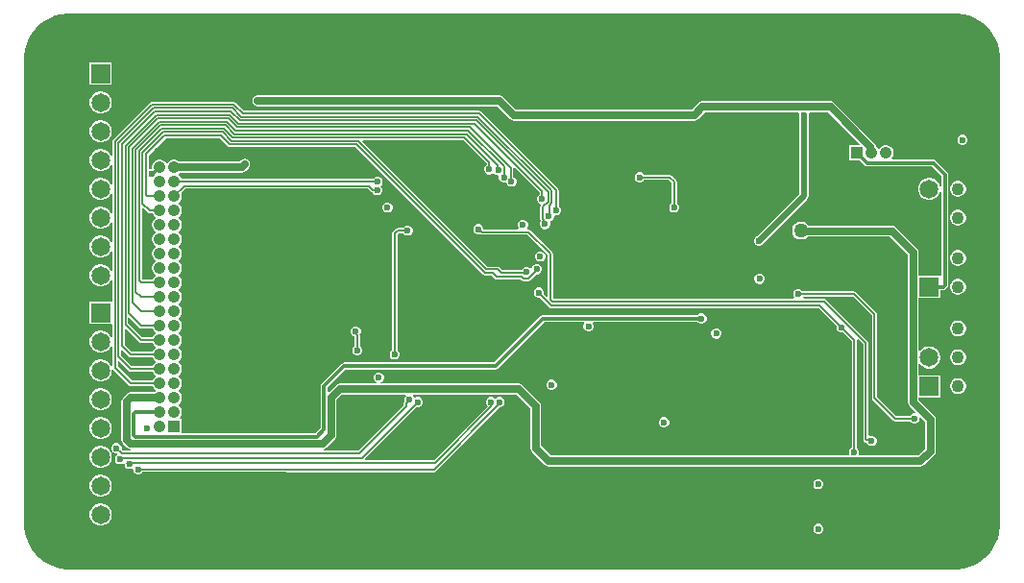
<source format=gbl>
G04*
G04 #@! TF.GenerationSoftware,Altium Limited,Altium Designer,23.3.1 (30)*
G04*
G04 Layer_Physical_Order=4*
G04 Layer_Color=16711680*
%FSLAX24Y24*%
%MOIN*%
G70*
G04*
G04 #@! TF.SameCoordinates,0EE62ADF-7674-4DCD-90CA-8C9100EC0EC2*
G04*
G04*
G04 #@! TF.FilePolarity,Positive*
G04*
G01*
G75*
%ADD18C,0.0200*%
%ADD19C,0.0060*%
%ADD62C,0.0250*%
%ADD63C,0.0120*%
%ADD64C,0.0650*%
%ADD65R,0.0650X0.0650*%
%ADD66C,0.0413*%
%ADD67R,0.0413X0.0413*%
%ADD68R,0.0413X0.0413*%
%ADD69C,0.0433*%
%ADD70C,0.0236*%
%ADD71C,0.0500*%
G36*
X32594Y19267D02*
X32793Y19213D01*
X32984Y19134D01*
X33163Y19031D01*
X33327Y18906D01*
X33473Y18760D01*
X33598Y18596D01*
X33701Y18417D01*
X33780Y18226D01*
X33834Y18027D01*
X33861Y17822D01*
Y17719D01*
Y1577D01*
Y1474D01*
X33834Y1269D01*
X33780Y1070D01*
X33701Y879D01*
X33598Y701D01*
X33473Y537D01*
X33327Y391D01*
X33163Y265D01*
X32984Y162D01*
X32793Y83D01*
X32594Y29D01*
X32389Y3D01*
X1474D01*
X1269Y29D01*
X1070Y83D01*
X879Y162D01*
X701Y265D01*
X537Y391D01*
X391Y537D01*
X265Y701D01*
X162Y879D01*
X83Y1070D01*
X29Y1269D01*
X3Y1474D01*
Y1577D01*
Y17719D01*
Y17822D01*
X29Y18027D01*
X83Y18226D01*
X162Y18417D01*
X265Y18596D01*
X391Y18760D01*
X537Y18906D01*
X701Y19031D01*
X879Y19134D01*
X1070Y19213D01*
X1269Y19267D01*
X1474Y19294D01*
X32389D01*
X32594Y19267D01*
D02*
G37*
%LPC*%
G36*
X3034Y17584D02*
X2266D01*
Y16816D01*
X3034D01*
Y17584D01*
D02*
G37*
G36*
X2701Y16584D02*
X2599D01*
X2502Y16558D01*
X2414Y16507D01*
X2343Y16436D01*
X2292Y16348D01*
X2266Y16251D01*
Y16149D01*
X2292Y16052D01*
X2343Y15964D01*
X2414Y15893D01*
X2502Y15842D01*
X2599Y15816D01*
X2701D01*
X2798Y15842D01*
X2886Y15893D01*
X2957Y15964D01*
X3008Y16052D01*
X3034Y16149D01*
Y16251D01*
X3008Y16348D01*
X2957Y16436D01*
X2886Y16507D01*
X2798Y16558D01*
X2701Y16584D01*
D02*
G37*
G36*
Y15584D02*
X2599D01*
X2502Y15558D01*
X2414Y15507D01*
X2343Y15436D01*
X2292Y15348D01*
X2266Y15251D01*
Y15149D01*
X2292Y15052D01*
X2343Y14964D01*
X2414Y14893D01*
X2502Y14842D01*
X2599Y14816D01*
X2701D01*
X2798Y14842D01*
X2886Y14893D01*
X2957Y14964D01*
X3008Y15052D01*
X3034Y15149D01*
Y15251D01*
X3008Y15348D01*
X2957Y15436D01*
X2886Y15507D01*
X2798Y15558D01*
X2701Y15584D01*
D02*
G37*
G36*
X32585Y15077D02*
X32515D01*
X32450Y15050D01*
X32400Y15000D01*
X32373Y14935D01*
Y14865D01*
X32400Y14800D01*
X32450Y14750D01*
X32515Y14723D01*
X32585D01*
X32650Y14750D01*
X32700Y14800D01*
X32727Y14865D01*
Y14935D01*
X32700Y15000D01*
X32650Y15050D01*
X32585Y15077D01*
D02*
G37*
G36*
X32436Y13476D02*
X32364D01*
X32294Y13457D01*
X32231Y13421D01*
X32179Y13369D01*
X32143Y13306D01*
X32124Y13236D01*
Y13164D01*
X32143Y13094D01*
X32179Y13031D01*
X32231Y12979D01*
X32294Y12943D01*
X32364Y12924D01*
X32436D01*
X32506Y12943D01*
X32569Y12979D01*
X32621Y13031D01*
X32657Y13094D01*
X32676Y13164D01*
Y13236D01*
X32657Y13306D01*
X32621Y13369D01*
X32569Y13421D01*
X32506Y13457D01*
X32436Y13476D01*
D02*
G37*
G36*
X21385Y13777D02*
X21315D01*
X21250Y13750D01*
X21200Y13700D01*
X21173Y13635D01*
Y13565D01*
X21200Y13500D01*
X21250Y13450D01*
X21315Y13423D01*
X21385D01*
X21450Y13450D01*
X21500Y13500D01*
X21504Y13509D01*
X22362D01*
X22459Y13412D01*
Y12704D01*
X22450Y12700D01*
X22400Y12650D01*
X22373Y12585D01*
Y12515D01*
X22400Y12450D01*
X22450Y12400D01*
X22515Y12373D01*
X22585D01*
X22650Y12400D01*
X22700Y12450D01*
X22727Y12515D01*
Y12585D01*
X22700Y12650D01*
X22650Y12700D01*
X22641Y12704D01*
Y13450D01*
X22634Y13485D01*
X22614Y13514D01*
X22464Y13664D01*
X22435Y13684D01*
X22400Y13691D01*
X21504D01*
X21500Y13700D01*
X21450Y13750D01*
X21385Y13777D01*
D02*
G37*
G36*
X12635Y12727D02*
X12565D01*
X12500Y12700D01*
X12450Y12650D01*
X12423Y12585D01*
Y12515D01*
X12450Y12450D01*
X12500Y12400D01*
X12565Y12373D01*
X12635D01*
X12700Y12400D01*
X12750Y12450D01*
X12777Y12515D01*
Y12585D01*
X12750Y12650D01*
X12700Y12700D01*
X12635Y12727D01*
D02*
G37*
G36*
X32436Y12476D02*
X32364D01*
X32294Y12457D01*
X32231Y12421D01*
X32179Y12369D01*
X32143Y12306D01*
X32124Y12236D01*
Y12164D01*
X32143Y12094D01*
X32179Y12031D01*
X32231Y11979D01*
X32294Y11943D01*
X32364Y11924D01*
X32436D01*
X32506Y11943D01*
X32569Y11979D01*
X32621Y12031D01*
X32657Y12094D01*
X32676Y12164D01*
Y12236D01*
X32657Y12306D01*
X32621Y12369D01*
X32569Y12421D01*
X32506Y12457D01*
X32436Y12476D01*
D02*
G37*
G36*
X16500Y16438D02*
X8100Y16438D01*
X8028Y16423D01*
X7967Y16383D01*
X7927Y16322D01*
X7912Y16250D01*
X7927Y16178D01*
X7967Y16117D01*
X8028Y16077D01*
X8100Y16062D01*
X16422Y16062D01*
X16861Y15624D01*
X16922Y15583D01*
X16994Y15569D01*
X23242D01*
X23314Y15583D01*
X23375Y15624D01*
X23614Y15862D01*
X26852D01*
X26885Y15812D01*
X26873Y15783D01*
Y15713D01*
X26888Y15676D01*
Y13017D01*
X25436Y11565D01*
X25400Y11550D01*
X25350Y11500D01*
X25323Y11435D01*
Y11365D01*
X25350Y11300D01*
X25400Y11250D01*
X25465Y11223D01*
X25535D01*
X25600Y11250D01*
X25650Y11300D01*
X25665Y11336D01*
X27165Y12835D01*
X27200Y12888D01*
X27212Y12950D01*
Y15676D01*
X27227Y15713D01*
Y15783D01*
X27215Y15812D01*
X27248Y15862D01*
X27896D01*
X28996Y14762D01*
X28977Y14716D01*
X28634D01*
Y14184D01*
X28994D01*
X29164Y14014D01*
X29164Y14014D01*
X29204Y13988D01*
X29250Y13979D01*
X29250Y13979D01*
X31500D01*
X31829Y13650D01*
Y13277D01*
X31779Y13270D01*
X31758Y13348D01*
X31707Y13436D01*
X31636Y13507D01*
X31548Y13558D01*
X31451Y13584D01*
X31349D01*
X31252Y13558D01*
X31164Y13507D01*
X31093Y13436D01*
X31042Y13348D01*
X31016Y13251D01*
Y13149D01*
X31042Y13052D01*
X31093Y12964D01*
X31164Y12893D01*
X31252Y12842D01*
X31349Y12816D01*
X31451D01*
X31548Y12842D01*
X31636Y12893D01*
X31707Y12964D01*
X31758Y13052D01*
X31779Y13130D01*
X31829Y13123D01*
Y10197D01*
X31784Y10184D01*
Y10184D01*
X31038D01*
Y11000D01*
X31023Y11072D01*
X30983Y11133D01*
X30250Y11866D01*
X30189Y11906D01*
X30117Y11921D01*
X27208D01*
X27197Y11940D01*
X27140Y11997D01*
X27069Y12038D01*
X26991Y12059D01*
X26909D01*
X26831Y12038D01*
X26760Y11997D01*
X26703Y11940D01*
X26662Y11869D01*
X26641Y11791D01*
Y11709D01*
X26662Y11631D01*
X26703Y11560D01*
X26760Y11503D01*
X26831Y11462D01*
X26909Y11441D01*
X26991D01*
X27069Y11462D01*
X27140Y11503D01*
X27182Y11545D01*
X30039D01*
X30662Y10922D01*
Y5800D01*
X30677Y5728D01*
X30717Y5667D01*
X30933Y5452D01*
X30910Y5404D01*
X30858D01*
X30793Y5377D01*
X30743Y5327D01*
X30740Y5317D01*
X30261D01*
X29591Y5988D01*
Y8850D01*
X29584Y8885D01*
X29564Y8914D01*
X28864Y9614D01*
X28835Y9634D01*
X28800Y9641D01*
X27004D01*
X27000Y9650D01*
X26950Y9700D01*
X26885Y9727D01*
X26815D01*
X26750Y9700D01*
X26700Y9650D01*
X26673Y9585D01*
Y9515D01*
X26700Y9450D01*
X26709Y9441D01*
X26688Y9391D01*
X18356D01*
X18341Y9406D01*
Y10950D01*
X18334Y10985D01*
X18314Y11014D01*
X17564Y11764D01*
X17535Y11784D01*
X17500Y11791D01*
X17462D01*
X17441Y11841D01*
X17450Y11850D01*
X17477Y11915D01*
Y11985D01*
X17450Y12050D01*
X17400Y12100D01*
X17335Y12127D01*
X17265D01*
X17200Y12100D01*
X17150Y12050D01*
X17123Y11985D01*
Y11915D01*
X17150Y11850D01*
X17159Y11841D01*
X17138Y11791D01*
X15927D01*
Y11835D01*
X15900Y11900D01*
X15850Y11950D01*
X15785Y11977D01*
X15715D01*
X15650Y11950D01*
X15600Y11900D01*
X15573Y11835D01*
Y11765D01*
X15600Y11700D01*
X15650Y11650D01*
X15715Y11623D01*
X15785D01*
X15812Y11634D01*
X15839Y11616D01*
X15873Y11609D01*
X17462D01*
X18159Y10912D01*
Y9485D01*
X18113Y9465D01*
X18023Y9555D01*
X18027Y9565D01*
Y9635D01*
X18000Y9700D01*
X17950Y9750D01*
X17885Y9777D01*
X17815D01*
X17750Y9750D01*
X17700Y9700D01*
X17673Y9635D01*
Y9565D01*
X17700Y9500D01*
X17750Y9450D01*
X17815Y9423D01*
X17885D01*
X17895Y9427D01*
X18236Y9086D01*
X18265Y9066D01*
X18300Y9059D01*
X27562D01*
X28177Y8445D01*
X28173Y8435D01*
Y8365D01*
X28200Y8300D01*
X28250Y8250D01*
X28315Y8223D01*
X28385D01*
X28395Y8227D01*
X28709Y7912D01*
Y4223D01*
X28686Y4214D01*
X28636Y4164D01*
X28609Y4099D01*
Y4028D01*
X28626Y3988D01*
X28596Y3938D01*
X18278D01*
X17938Y4278D01*
Y5650D01*
X17923Y5722D01*
X17883Y5783D01*
X17283Y6383D01*
X17222Y6423D01*
X17150Y6438D01*
X12381D01*
X12371Y6488D01*
X12400Y6500D01*
X12450Y6550D01*
X12477Y6615D01*
Y6685D01*
X12450Y6750D01*
X12400Y6800D01*
X12335Y6827D01*
X12265D01*
X12200Y6800D01*
X12150Y6750D01*
X12123Y6685D01*
Y6615D01*
X12150Y6550D01*
X12200Y6500D01*
X12229Y6488D01*
X12219Y6438D01*
X10950D01*
X10878Y6423D01*
X10817Y6383D01*
X10574Y6139D01*
X10527Y6158D01*
Y6306D01*
X11150Y6929D01*
X16350D01*
X16350Y6929D01*
X16396Y6938D01*
X16436Y6964D01*
X18050Y8579D01*
X19415D01*
X19436Y8529D01*
X19431Y8523D01*
X19404Y8458D01*
Y8388D01*
X19431Y8323D01*
X19480Y8273D01*
X19546Y8246D01*
X19616D01*
X19681Y8273D01*
X19731Y8323D01*
X19758Y8388D01*
Y8458D01*
X19731Y8523D01*
X19726Y8529D01*
X19747Y8579D01*
X23371D01*
X23400Y8550D01*
X23465Y8523D01*
X23535D01*
X23600Y8550D01*
X23650Y8600D01*
X23677Y8665D01*
Y8735D01*
X23650Y8800D01*
X23600Y8850D01*
X23535Y8877D01*
X23465D01*
X23400Y8850D01*
X23371Y8821D01*
X18000D01*
X17954Y8812D01*
X17914Y8786D01*
X17914Y8786D01*
X16300Y7171D01*
X11100D01*
X11100Y7171D01*
X11054Y7162D01*
X11014Y7136D01*
X10320Y6442D01*
X10294Y6402D01*
X10285Y6356D01*
X10285Y6356D01*
Y4900D01*
X10106Y4721D01*
X5466D01*
Y5216D01*
X5412D01*
X5392Y5266D01*
X5413Y5287D01*
X5448Y5347D01*
X5466Y5415D01*
Y5485D01*
X5448Y5553D01*
X5413Y5613D01*
X5363Y5663D01*
X5348Y5671D01*
Y5729D01*
X5363Y5737D01*
X5413Y5787D01*
X5448Y5847D01*
X5466Y5915D01*
Y5985D01*
X5448Y6053D01*
X5413Y6113D01*
X5363Y6163D01*
X5348Y6171D01*
Y6229D01*
X5363Y6237D01*
X5413Y6287D01*
X5448Y6347D01*
X5466Y6415D01*
Y6485D01*
X5448Y6553D01*
X5413Y6613D01*
X5363Y6663D01*
X5348Y6671D01*
Y6729D01*
X5363Y6737D01*
X5413Y6787D01*
X5448Y6847D01*
X5466Y6915D01*
Y6985D01*
X5448Y7053D01*
X5413Y7113D01*
X5363Y7163D01*
X5348Y7171D01*
Y7229D01*
X5363Y7237D01*
X5413Y7287D01*
X5448Y7347D01*
X5466Y7415D01*
Y7485D01*
X5448Y7553D01*
X5413Y7613D01*
X5363Y7663D01*
X5348Y7671D01*
Y7729D01*
X5363Y7737D01*
X5413Y7787D01*
X5448Y7847D01*
X5466Y7915D01*
Y7985D01*
X5448Y8053D01*
X5413Y8113D01*
X5363Y8163D01*
X5348Y8171D01*
Y8229D01*
X5363Y8237D01*
X5413Y8287D01*
X5448Y8347D01*
X5466Y8415D01*
Y8485D01*
X5448Y8553D01*
X5413Y8613D01*
X5363Y8663D01*
X5348Y8671D01*
Y8729D01*
X5363Y8737D01*
X5413Y8787D01*
X5448Y8847D01*
X5466Y8915D01*
Y8985D01*
X5448Y9053D01*
X5413Y9113D01*
X5363Y9163D01*
X5348Y9171D01*
Y9229D01*
X5363Y9237D01*
X5413Y9287D01*
X5448Y9347D01*
X5466Y9415D01*
Y9485D01*
X5448Y9553D01*
X5413Y9613D01*
X5363Y9663D01*
X5348Y9671D01*
Y9729D01*
X5363Y9737D01*
X5413Y9787D01*
X5448Y9847D01*
X5466Y9915D01*
Y9985D01*
X5448Y10053D01*
X5413Y10113D01*
X5363Y10163D01*
X5348Y10171D01*
Y10229D01*
X5363Y10237D01*
X5413Y10287D01*
X5448Y10347D01*
X5466Y10415D01*
Y10485D01*
X5448Y10553D01*
X5413Y10613D01*
X5363Y10663D01*
X5348Y10671D01*
Y10729D01*
X5363Y10737D01*
X5413Y10787D01*
X5448Y10847D01*
X5466Y10915D01*
Y10985D01*
X5448Y11053D01*
X5413Y11113D01*
X5363Y11163D01*
X5348Y11171D01*
Y11229D01*
X5363Y11237D01*
X5413Y11287D01*
X5448Y11347D01*
X5466Y11415D01*
Y11485D01*
X5448Y11553D01*
X5413Y11613D01*
X5363Y11663D01*
X5348Y11671D01*
Y11729D01*
X5363Y11737D01*
X5413Y11787D01*
X5448Y11847D01*
X5466Y11915D01*
Y11985D01*
X5448Y12053D01*
X5413Y12113D01*
X5363Y12163D01*
X5348Y12171D01*
Y12229D01*
X5363Y12237D01*
X5413Y12287D01*
X5448Y12347D01*
X5466Y12415D01*
Y12485D01*
X5448Y12553D01*
X5413Y12613D01*
X5363Y12663D01*
X5348Y12671D01*
Y12729D01*
X5363Y12737D01*
X5413Y12787D01*
X5448Y12847D01*
X5466Y12915D01*
Y12985D01*
X5448Y13053D01*
X5442Y13063D01*
X5588Y13209D01*
X11912D01*
X12024Y13098D01*
X12053Y13078D01*
X12088Y13071D01*
X12091D01*
X12100Y13050D01*
X12150Y13000D01*
X12215Y12973D01*
X12285D01*
X12350Y13000D01*
X12400Y13050D01*
X12427Y13115D01*
Y13185D01*
X12400Y13250D01*
X12356Y13294D01*
X12358Y13300D01*
X12407Y13350D01*
X12434Y13415D01*
Y13485D01*
X12407Y13550D01*
X12358Y13600D01*
X12292Y13627D01*
X12222D01*
X12157Y13600D01*
X12107Y13550D01*
X12103Y13541D01*
X5451D01*
X5448Y13553D01*
X5413Y13613D01*
X5363Y13663D01*
X5348Y13671D01*
Y13729D01*
X5363Y13737D01*
X5388Y13762D01*
X7550D01*
X7622Y13777D01*
X7683Y13817D01*
X7783Y13917D01*
X7823Y13978D01*
X7838Y14050D01*
X7823Y14122D01*
X7783Y14183D01*
X7722Y14223D01*
X7650Y14238D01*
X7578Y14223D01*
X7517Y14183D01*
X7472Y14138D01*
X5388D01*
X5363Y14163D01*
X5303Y14198D01*
X5235Y14216D01*
X5165D01*
X5097Y14198D01*
X5037Y14163D01*
X4987Y14113D01*
X4979Y14098D01*
X4921D01*
X4913Y14113D01*
X4863Y14163D01*
X4803Y14198D01*
X4735Y14216D01*
X4665D01*
X4597Y14198D01*
X4537Y14163D01*
X4487Y14113D01*
X4452Y14053D01*
X4434Y13985D01*
Y13915D01*
X4422Y13899D01*
X4393D01*
X4362Y13886D01*
X4312Y13919D01*
Y14369D01*
X4908Y14964D01*
X6790D01*
X7072Y14682D01*
X7101Y14662D01*
X7136Y14655D01*
X11498D01*
X15926Y10228D01*
X15955Y10208D01*
X15990Y10201D01*
X16221D01*
X16336Y10086D01*
X16365Y10066D01*
X16400Y10059D01*
X17219D01*
X17250Y10029D01*
X17279Y10009D01*
X17314Y10002D01*
X17504D01*
X17539Y10009D01*
X17568Y10029D01*
X17775Y10236D01*
X17820D01*
X17885Y10263D01*
X17935Y10312D01*
X17962Y10377D01*
Y10448D01*
X17935Y10513D01*
X17885Y10563D01*
X17820Y10590D01*
X17750D01*
X17684Y10563D01*
X17635Y10513D01*
X17612Y10459D01*
X17576Y10445D01*
X17558Y10443D01*
X17534Y10466D01*
X17469Y10493D01*
X17399D01*
X17334Y10466D01*
X17284Y10416D01*
X17273Y10391D01*
X16588D01*
X16503Y10475D01*
X16474Y10495D01*
X16439Y10502D01*
X16077D01*
X11732Y14847D01*
X11751Y14893D01*
X15229D01*
X16040Y14082D01*
Y14031D01*
X16030Y14027D01*
X15980Y13977D01*
X15953Y13912D01*
Y13841D01*
X15980Y13776D01*
X16030Y13727D01*
X16095Y13700D01*
X16166D01*
X16231Y13727D01*
X16260Y13756D01*
X16289Y13750D01*
X16339Y13700D01*
X16404Y13673D01*
X16430D01*
X16470Y13637D01*
Y13567D01*
X16497Y13502D01*
X16546Y13452D01*
X16612Y13425D01*
X16682D01*
X16698Y13431D01*
X16723Y13415D01*
X16750Y13350D01*
X16800Y13300D01*
X16865Y13273D01*
X16935D01*
X17000Y13300D01*
X17050Y13350D01*
X17077Y13415D01*
Y13485D01*
X17050Y13550D01*
X17000Y13600D01*
X16971Y13612D01*
Y13910D01*
X16968Y13928D01*
X17014Y13953D01*
X17876Y13091D01*
Y13004D01*
X17866Y13000D01*
X17816Y12950D01*
X17789Y12885D01*
Y12815D01*
X17816Y12750D01*
X17866Y12700D01*
X17897Y12687D01*
X17903Y12680D01*
X17915Y12627D01*
X17909Y12618D01*
X17902Y12583D01*
Y12164D01*
X17909Y12129D01*
X17929Y12100D01*
X17938Y12091D01*
X17921Y12074D01*
X17894Y12009D01*
Y11939D01*
X17921Y11874D01*
X17971Y11824D01*
X18036Y11797D01*
X18106D01*
X18171Y11824D01*
X18221Y11874D01*
X18248Y11939D01*
Y12009D01*
X18241Y12027D01*
X18267Y12086D01*
X18300Y12100D01*
X18350Y12150D01*
X18377Y12215D01*
Y12234D01*
X18415Y12273D01*
X18485D01*
X18550Y12300D01*
X18600Y12350D01*
X18627Y12415D01*
Y12485D01*
X18600Y12550D01*
X18550Y12600D01*
X18541Y12604D01*
Y13150D01*
X18534Y13185D01*
X18514Y13214D01*
X15847Y15881D01*
X15818Y15901D01*
X15783Y15908D01*
X7618D01*
X7335Y16191D01*
X7306Y16210D01*
X7271Y16217D01*
X4426D01*
X4392Y16210D01*
X4362Y16191D01*
X3086Y14914D01*
X3066Y14885D01*
X3059Y14850D01*
Y14349D01*
X3009Y14343D01*
X3008Y14348D01*
X2957Y14436D01*
X2886Y14507D01*
X2798Y14558D01*
X2701Y14584D01*
X2599D01*
X2502Y14558D01*
X2414Y14507D01*
X2343Y14436D01*
X2292Y14348D01*
X2266Y14251D01*
Y14149D01*
X2292Y14052D01*
X2343Y13964D01*
X2414Y13893D01*
X2502Y13842D01*
X2599Y13816D01*
X2701D01*
X2798Y13842D01*
X2886Y13893D01*
X2957Y13964D01*
X3008Y14052D01*
X3009Y14057D01*
X3059Y14051D01*
Y13349D01*
X3009Y13343D01*
X3008Y13348D01*
X2957Y13436D01*
X2886Y13507D01*
X2798Y13558D01*
X2701Y13584D01*
X2599D01*
X2502Y13558D01*
X2414Y13507D01*
X2343Y13436D01*
X2292Y13348D01*
X2266Y13251D01*
Y13149D01*
X2292Y13052D01*
X2343Y12964D01*
X2414Y12893D01*
X2502Y12842D01*
X2599Y12816D01*
X2701D01*
X2798Y12842D01*
X2886Y12893D01*
X2957Y12964D01*
X3008Y13052D01*
X3009Y13057D01*
X3059Y13051D01*
Y12349D01*
X3009Y12343D01*
X3008Y12348D01*
X2957Y12436D01*
X2886Y12507D01*
X2798Y12558D01*
X2701Y12584D01*
X2599D01*
X2502Y12558D01*
X2414Y12507D01*
X2343Y12436D01*
X2292Y12348D01*
X2266Y12251D01*
Y12149D01*
X2292Y12052D01*
X2343Y11964D01*
X2414Y11893D01*
X2502Y11842D01*
X2599Y11816D01*
X2701D01*
X2798Y11842D01*
X2886Y11893D01*
X2957Y11964D01*
X3008Y12052D01*
X3009Y12057D01*
X3059Y12051D01*
Y11349D01*
X3009Y11343D01*
X3008Y11348D01*
X2957Y11436D01*
X2886Y11507D01*
X2798Y11558D01*
X2701Y11584D01*
X2599D01*
X2502Y11558D01*
X2414Y11507D01*
X2343Y11436D01*
X2292Y11348D01*
X2266Y11251D01*
Y11149D01*
X2292Y11052D01*
X2343Y10964D01*
X2414Y10893D01*
X2502Y10842D01*
X2599Y10816D01*
X2701D01*
X2798Y10842D01*
X2886Y10893D01*
X2957Y10964D01*
X3008Y11052D01*
X3009Y11057D01*
X3059Y11051D01*
Y10349D01*
X3009Y10343D01*
X3008Y10348D01*
X2957Y10436D01*
X2886Y10507D01*
X2798Y10558D01*
X2701Y10584D01*
X2599D01*
X2502Y10558D01*
X2414Y10507D01*
X2343Y10436D01*
X2292Y10348D01*
X2266Y10251D01*
Y10149D01*
X2292Y10052D01*
X2343Y9964D01*
X2414Y9893D01*
X2502Y9842D01*
X2599Y9816D01*
X2701D01*
X2798Y9842D01*
X2886Y9893D01*
X2957Y9964D01*
X3008Y10052D01*
X3009Y10057D01*
X3059Y10051D01*
Y9323D01*
X3034Y9284D01*
X3009Y9284D01*
X2266D01*
Y8516D01*
X3009D01*
X3034Y8516D01*
X3059Y8477D01*
Y8049D01*
X3009Y8043D01*
X3008Y8048D01*
X2957Y8136D01*
X2886Y8207D01*
X2798Y8258D01*
X2701Y8284D01*
X2599D01*
X2502Y8258D01*
X2414Y8207D01*
X2343Y8136D01*
X2292Y8048D01*
X2266Y7951D01*
Y7849D01*
X2292Y7752D01*
X2343Y7664D01*
X2414Y7593D01*
X2502Y7542D01*
X2599Y7516D01*
X2701D01*
X2798Y7542D01*
X2886Y7593D01*
X2957Y7664D01*
X3008Y7752D01*
X3009Y7757D01*
X3059Y7751D01*
Y7049D01*
X3009Y7043D01*
X3008Y7048D01*
X2957Y7136D01*
X2886Y7207D01*
X2798Y7258D01*
X2701Y7284D01*
X2599D01*
X2502Y7258D01*
X2414Y7207D01*
X2343Y7136D01*
X2292Y7048D01*
X2266Y6951D01*
Y6849D01*
X2292Y6752D01*
X2343Y6664D01*
X2414Y6593D01*
X2502Y6542D01*
X2599Y6516D01*
X2701D01*
X2798Y6542D01*
X2886Y6593D01*
X2957Y6664D01*
X3008Y6752D01*
X3034Y6849D01*
Y6924D01*
X3084Y6939D01*
X3086Y6936D01*
X3636Y6386D01*
X3665Y6366D01*
X3700Y6359D01*
X4449D01*
X4452Y6347D01*
X4487Y6287D01*
X4537Y6237D01*
X4552Y6229D01*
Y6171D01*
X4537Y6163D01*
X4512Y6138D01*
X3696D01*
X3625Y6123D01*
X3564Y6083D01*
X3417Y5936D01*
X3377Y5875D01*
X3362Y5804D01*
Y4496D01*
X3377Y4425D01*
X3417Y4364D01*
X3564Y4217D01*
X3625Y4177D01*
X3673Y4167D01*
X3668Y4117D01*
X3411D01*
X3373Y4155D01*
X3377Y4165D01*
Y4235D01*
X3350Y4300D01*
X3300Y4350D01*
X3235Y4377D01*
X3165D01*
X3100Y4350D01*
X3050Y4300D01*
X3023Y4235D01*
Y4165D01*
X3050Y4100D01*
X3100Y4050D01*
X3165Y4023D01*
X3217D01*
X3227Y3973D01*
X3219Y3969D01*
X3169Y3919D01*
X3142Y3854D01*
Y3784D01*
X3169Y3719D01*
X3219Y3669D01*
X3284Y3642D01*
X3354D01*
X3419Y3669D01*
X3423Y3672D01*
X3473Y3652D01*
Y3615D01*
X3500Y3550D01*
X3550Y3500D01*
X3615Y3473D01*
X3685D01*
X3723Y3488D01*
X3773Y3457D01*
Y3431D01*
X3800Y3366D01*
X3850Y3316D01*
X3915Y3289D01*
X3985D01*
X4050Y3316D01*
X4100Y3366D01*
X4104Y3375D01*
X14161Y3370D01*
X14161Y3370D01*
X14161Y3370D01*
X14210Y3370D01*
X14245Y3377D01*
X14275Y3396D01*
X16500Y5621D01*
X16501Y5623D01*
X16531D01*
X16596Y5650D01*
X16645Y5700D01*
X16672Y5765D01*
Y5835D01*
X16645Y5900D01*
X16596Y5950D01*
X16531Y5977D01*
X16460D01*
X16395Y5950D01*
X16348Y5903D01*
X16300Y5950D01*
X16235Y5977D01*
X16165D01*
X16100Y5950D01*
X16050Y5900D01*
X16023Y5835D01*
Y5765D01*
X16050Y5700D01*
X16086Y5664D01*
X14214Y3793D01*
X11835Y3786D01*
X11814Y3836D01*
X13605Y5627D01*
X13615Y5623D01*
X13685D01*
X13750Y5650D01*
X13800Y5700D01*
X13827Y5765D01*
Y5835D01*
X13800Y5900D01*
X13750Y5950D01*
X13685Y5977D01*
X13615D01*
X13550Y5950D01*
X13509Y5980D01*
X13477Y6012D01*
X13495Y6062D01*
X17072D01*
X17562Y5572D01*
Y4200D01*
X17577Y4128D01*
X17617Y4067D01*
X18067Y3617D01*
X18128Y3577D01*
X18200Y3562D01*
X31100D01*
X31172Y3577D01*
X31233Y3617D01*
X31583Y3967D01*
X31623Y4028D01*
X31638Y4100D01*
Y5200D01*
X31623Y5272D01*
X31583Y5333D01*
X31038Y5878D01*
Y5966D01*
X31784D01*
Y6734D01*
X31038D01*
Y7110D01*
X31088Y7123D01*
X31093Y7114D01*
X31164Y7043D01*
X31252Y6992D01*
X31349Y6966D01*
X31451D01*
X31548Y6992D01*
X31636Y7043D01*
X31707Y7114D01*
X31758Y7202D01*
X31784Y7299D01*
Y7401D01*
X31758Y7498D01*
X31707Y7586D01*
X31636Y7657D01*
X31548Y7708D01*
X31451Y7734D01*
X31349D01*
X31252Y7708D01*
X31164Y7657D01*
X31093Y7586D01*
X31088Y7577D01*
X31038Y7590D01*
Y9416D01*
X31784D01*
Y9679D01*
X31880D01*
X31880Y9679D01*
X31926Y9688D01*
X31966Y9714D01*
X32036Y9784D01*
X32036Y9784D01*
X32062Y9824D01*
X32071Y9870D01*
X32071Y9870D01*
Y13700D01*
X32062Y13746D01*
X32036Y13786D01*
X32036Y13786D01*
X31636Y14186D01*
X31596Y14212D01*
X31550Y14221D01*
X31550Y14221D01*
X30118D01*
X30097Y14271D01*
X30113Y14287D01*
X30148Y14347D01*
X30166Y14415D01*
Y14485D01*
X30148Y14553D01*
X30113Y14613D01*
X30063Y14663D01*
X30003Y14698D01*
X29935Y14716D01*
X29865D01*
X29797Y14698D01*
X29737Y14663D01*
X29687Y14613D01*
X29679Y14598D01*
X29621D01*
X29613Y14613D01*
X29563Y14663D01*
X29554Y14668D01*
X29542Y14727D01*
X29501Y14788D01*
X28106Y16183D01*
X28045Y16223D01*
X27974Y16238D01*
X23536D01*
X23464Y16223D01*
X23403Y16183D01*
X23164Y15944D01*
X17071D01*
X16633Y16383D01*
X16572Y16423D01*
X16500Y16438D01*
D02*
G37*
G36*
X13335Y11927D02*
X13265D01*
X13200Y11900D01*
X13150Y11850D01*
X13146Y11841D01*
X12950D01*
X12915Y11834D01*
X12886Y11814D01*
X12786Y11714D01*
X12766Y11685D01*
X12759Y11650D01*
Y7604D01*
X12750Y7600D01*
X12700Y7550D01*
X12673Y7485D01*
Y7415D01*
X12700Y7350D01*
X12750Y7300D01*
X12815Y7273D01*
X12885D01*
X12950Y7300D01*
X13000Y7350D01*
X13027Y7415D01*
Y7485D01*
X13000Y7550D01*
X12950Y7600D01*
X12941Y7604D01*
Y11612D01*
X12988Y11659D01*
X13146D01*
X13150Y11650D01*
X13200Y11600D01*
X13265Y11573D01*
X13335D01*
X13400Y11600D01*
X13450Y11650D01*
X13477Y11715D01*
Y11785D01*
X13450Y11850D01*
X13400Y11900D01*
X13335Y11927D01*
D02*
G37*
G36*
X17935Y11027D02*
X17865D01*
X17800Y11000D01*
X17750Y10950D01*
X17723Y10885D01*
Y10815D01*
X17750Y10750D01*
X17800Y10700D01*
X17865Y10673D01*
X17935D01*
X18000Y10700D01*
X18050Y10750D01*
X18077Y10815D01*
Y10885D01*
X18050Y10950D01*
X18000Y11000D01*
X17935Y11027D01*
D02*
G37*
G36*
X32436Y11076D02*
X32364D01*
X32294Y11057D01*
X32231Y11021D01*
X32179Y10969D01*
X32143Y10906D01*
X32124Y10836D01*
Y10764D01*
X32143Y10694D01*
X32179Y10631D01*
X32231Y10579D01*
X32294Y10543D01*
X32364Y10524D01*
X32436D01*
X32506Y10543D01*
X32569Y10579D01*
X32621Y10631D01*
X32657Y10694D01*
X32676Y10764D01*
Y10836D01*
X32657Y10906D01*
X32621Y10969D01*
X32569Y11021D01*
X32506Y11057D01*
X32436Y11076D01*
D02*
G37*
G36*
X25550Y10255D02*
X25480D01*
X25414Y10228D01*
X25365Y10178D01*
X25338Y10113D01*
Y10042D01*
X25365Y9977D01*
X25414Y9928D01*
X25480Y9901D01*
X25550D01*
X25615Y9928D01*
X25665Y9977D01*
X25692Y10042D01*
Y10113D01*
X25665Y10178D01*
X25615Y10228D01*
X25550Y10255D01*
D02*
G37*
G36*
X32436Y10076D02*
X32364D01*
X32294Y10057D01*
X32231Y10021D01*
X32179Y9969D01*
X32143Y9906D01*
X32124Y9836D01*
Y9764D01*
X32143Y9694D01*
X32179Y9631D01*
X32231Y9579D01*
X32294Y9543D01*
X32364Y9524D01*
X32436D01*
X32506Y9543D01*
X32569Y9579D01*
X32621Y9631D01*
X32657Y9694D01*
X32676Y9764D01*
Y9836D01*
X32657Y9906D01*
X32621Y9969D01*
X32569Y10021D01*
X32506Y10057D01*
X32436Y10076D01*
D02*
G37*
G36*
Y8626D02*
X32364D01*
X32294Y8607D01*
X32231Y8571D01*
X32179Y8519D01*
X32143Y8456D01*
X32124Y8386D01*
Y8314D01*
X32143Y8244D01*
X32179Y8181D01*
X32231Y8129D01*
X32294Y8093D01*
X32364Y8074D01*
X32436D01*
X32506Y8093D01*
X32569Y8129D01*
X32621Y8181D01*
X32657Y8244D01*
X32676Y8314D01*
Y8386D01*
X32657Y8456D01*
X32621Y8519D01*
X32569Y8571D01*
X32506Y8607D01*
X32436Y8626D01*
D02*
G37*
G36*
X24050Y8355D02*
X23980D01*
X23914Y8328D01*
X23865Y8278D01*
X23838Y8213D01*
Y8142D01*
X23865Y8077D01*
X23914Y8028D01*
X23980Y8001D01*
X24050D01*
X24115Y8028D01*
X24165Y8077D01*
X24192Y8142D01*
Y8213D01*
X24165Y8278D01*
X24115Y8328D01*
X24050Y8355D01*
D02*
G37*
G36*
X11535Y8427D02*
X11465D01*
X11400Y8400D01*
X11350Y8350D01*
X11323Y8285D01*
Y8215D01*
X11350Y8150D01*
X11400Y8100D01*
X11459Y8075D01*
Y7754D01*
X11450Y7750D01*
X11400Y7700D01*
X11373Y7635D01*
Y7565D01*
X11400Y7500D01*
X11450Y7450D01*
X11515Y7423D01*
X11585D01*
X11650Y7450D01*
X11700Y7500D01*
X11727Y7565D01*
Y7635D01*
X11700Y7700D01*
X11650Y7750D01*
X11641Y7754D01*
Y8127D01*
X11639Y8138D01*
X11650Y8150D01*
X11677Y8215D01*
Y8285D01*
X11650Y8350D01*
X11600Y8400D01*
X11535Y8427D01*
D02*
G37*
G36*
X32436Y7626D02*
X32364D01*
X32294Y7607D01*
X32231Y7571D01*
X32179Y7519D01*
X32143Y7456D01*
X32124Y7386D01*
Y7314D01*
X32143Y7244D01*
X32179Y7181D01*
X32231Y7129D01*
X32294Y7093D01*
X32364Y7074D01*
X32436D01*
X32506Y7093D01*
X32569Y7129D01*
X32621Y7181D01*
X32657Y7244D01*
X32676Y7314D01*
Y7386D01*
X32657Y7456D01*
X32621Y7519D01*
X32569Y7571D01*
X32506Y7607D01*
X32436Y7626D01*
D02*
G37*
G36*
X18335Y6577D02*
X18265D01*
X18200Y6550D01*
X18150Y6500D01*
X18123Y6435D01*
Y6365D01*
X18150Y6300D01*
X18200Y6250D01*
X18265Y6223D01*
X18335D01*
X18400Y6250D01*
X18450Y6300D01*
X18477Y6365D01*
Y6435D01*
X18450Y6500D01*
X18400Y6550D01*
X18335Y6577D01*
D02*
G37*
G36*
X32436Y6626D02*
X32364D01*
X32294Y6607D01*
X32231Y6571D01*
X32179Y6519D01*
X32143Y6456D01*
X32124Y6386D01*
Y6314D01*
X32143Y6244D01*
X32179Y6181D01*
X32231Y6129D01*
X32294Y6093D01*
X32364Y6074D01*
X32436D01*
X32506Y6093D01*
X32569Y6129D01*
X32621Y6181D01*
X32657Y6244D01*
X32676Y6314D01*
Y6386D01*
X32657Y6456D01*
X32621Y6519D01*
X32569Y6571D01*
X32506Y6607D01*
X32436Y6626D01*
D02*
G37*
G36*
X2701Y6284D02*
X2599D01*
X2502Y6258D01*
X2414Y6207D01*
X2343Y6136D01*
X2292Y6048D01*
X2266Y5951D01*
Y5849D01*
X2292Y5752D01*
X2343Y5664D01*
X2414Y5593D01*
X2502Y5542D01*
X2599Y5516D01*
X2701D01*
X2798Y5542D01*
X2886Y5593D01*
X2957Y5664D01*
X3008Y5752D01*
X3034Y5849D01*
Y5951D01*
X3008Y6048D01*
X2957Y6136D01*
X2886Y6207D01*
X2798Y6258D01*
X2701Y6284D01*
D02*
G37*
G36*
X22235Y5277D02*
X22165D01*
X22100Y5250D01*
X22050Y5200D01*
X22023Y5135D01*
Y5065D01*
X22050Y5000D01*
X22100Y4950D01*
X22165Y4923D01*
X22235D01*
X22300Y4950D01*
X22350Y5000D01*
X22377Y5065D01*
Y5135D01*
X22350Y5200D01*
X22300Y5250D01*
X22235Y5277D01*
D02*
G37*
G36*
X2701Y5284D02*
X2599D01*
X2502Y5258D01*
X2414Y5207D01*
X2343Y5136D01*
X2292Y5048D01*
X2266Y4951D01*
Y4849D01*
X2292Y4752D01*
X2343Y4664D01*
X2414Y4593D01*
X2502Y4542D01*
X2599Y4516D01*
X2701D01*
X2798Y4542D01*
X2886Y4593D01*
X2957Y4664D01*
X3008Y4752D01*
X3034Y4849D01*
Y4951D01*
X3008Y5048D01*
X2957Y5136D01*
X2886Y5207D01*
X2798Y5258D01*
X2701Y5284D01*
D02*
G37*
G36*
Y4284D02*
X2599D01*
X2502Y4258D01*
X2414Y4207D01*
X2343Y4136D01*
X2292Y4048D01*
X2266Y3951D01*
Y3849D01*
X2292Y3752D01*
X2343Y3664D01*
X2414Y3593D01*
X2502Y3542D01*
X2599Y3516D01*
X2701D01*
X2798Y3542D01*
X2886Y3593D01*
X2957Y3664D01*
X3008Y3752D01*
X3034Y3849D01*
Y3951D01*
X3008Y4048D01*
X2957Y4136D01*
X2886Y4207D01*
X2798Y4258D01*
X2701Y4284D01*
D02*
G37*
G36*
X27585Y3127D02*
X27515D01*
X27450Y3100D01*
X27400Y3050D01*
X27373Y2985D01*
Y2915D01*
X27400Y2850D01*
X27450Y2800D01*
X27515Y2773D01*
X27585D01*
X27650Y2800D01*
X27700Y2850D01*
X27727Y2915D01*
Y2985D01*
X27700Y3050D01*
X27650Y3100D01*
X27585Y3127D01*
D02*
G37*
G36*
X2701Y3284D02*
X2599D01*
X2502Y3258D01*
X2414Y3207D01*
X2343Y3136D01*
X2292Y3048D01*
X2266Y2951D01*
Y2849D01*
X2292Y2752D01*
X2343Y2664D01*
X2414Y2593D01*
X2502Y2542D01*
X2599Y2516D01*
X2701D01*
X2798Y2542D01*
X2886Y2593D01*
X2957Y2664D01*
X3008Y2752D01*
X3034Y2849D01*
Y2951D01*
X3008Y3048D01*
X2957Y3136D01*
X2886Y3207D01*
X2798Y3258D01*
X2701Y3284D01*
D02*
G37*
G36*
Y2284D02*
X2599D01*
X2502Y2258D01*
X2414Y2207D01*
X2343Y2136D01*
X2292Y2048D01*
X2266Y1951D01*
Y1849D01*
X2292Y1752D01*
X2343Y1664D01*
X2414Y1593D01*
X2502Y1542D01*
X2599Y1516D01*
X2701D01*
X2798Y1542D01*
X2886Y1593D01*
X2957Y1664D01*
X3008Y1752D01*
X3034Y1849D01*
Y1951D01*
X3008Y2048D01*
X2957Y2136D01*
X2886Y2207D01*
X2798Y2258D01*
X2701Y2284D01*
D02*
G37*
G36*
X27585Y1577D02*
X27515D01*
X27450Y1550D01*
X27400Y1500D01*
X27373Y1435D01*
Y1365D01*
X27400Y1300D01*
X27450Y1250D01*
X27515Y1223D01*
X27585D01*
X27650Y1250D01*
X27700Y1300D01*
X27727Y1365D01*
Y1435D01*
X27700Y1500D01*
X27650Y1550D01*
X27585Y1577D01*
D02*
G37*
%LPD*%
G36*
X4286Y12386D02*
X4315Y12366D01*
X4350Y12359D01*
X4449D01*
X4452Y12347D01*
X4487Y12287D01*
X4537Y12237D01*
X4552Y12229D01*
Y12171D01*
X4537Y12163D01*
X4487Y12113D01*
X4452Y12053D01*
X4434Y11985D01*
Y11915D01*
X4452Y11847D01*
X4487Y11787D01*
X4537Y11737D01*
X4552Y11729D01*
Y11671D01*
X4537Y11663D01*
X4487Y11613D01*
X4452Y11553D01*
X4434Y11485D01*
Y11415D01*
X4452Y11347D01*
X4487Y11287D01*
X4537Y11237D01*
X4552Y11229D01*
Y11171D01*
X4537Y11163D01*
X4487Y11113D01*
X4452Y11053D01*
X4434Y10985D01*
Y10915D01*
X4452Y10847D01*
X4487Y10787D01*
X4537Y10737D01*
X4552Y10729D01*
Y10671D01*
X4537Y10663D01*
X4487Y10613D01*
X4452Y10553D01*
X4434Y10485D01*
Y10415D01*
X4452Y10347D01*
X4487Y10287D01*
X4537Y10237D01*
X4552Y10229D01*
Y10171D01*
X4537Y10163D01*
X4487Y10113D01*
X4452Y10053D01*
X4449Y10041D01*
X4088D01*
X4074Y10054D01*
Y12532D01*
X4120Y12551D01*
X4286Y12386D01*
D02*
G37*
G36*
X3986Y8386D02*
X4015Y8366D01*
X4050Y8359D01*
X4449D01*
X4452Y8347D01*
X4487Y8287D01*
X4537Y8237D01*
X4552Y8229D01*
Y8171D01*
X4537Y8163D01*
X4487Y8113D01*
X4452Y8053D01*
X4449Y8041D01*
X4088D01*
X3598Y8530D01*
Y8708D01*
X3644Y8727D01*
X3986Y8386D01*
D02*
G37*
G36*
X3986Y7886D02*
X4015Y7866D01*
X4050Y7859D01*
X4449D01*
X4452Y7847D01*
X4487Y7787D01*
X4537Y7737D01*
X4552Y7729D01*
Y7671D01*
X4537Y7663D01*
X4487Y7613D01*
X4452Y7553D01*
X4449Y7541D01*
X3738D01*
X3479Y7800D01*
Y8327D01*
X3525Y8346D01*
X3986Y7886D01*
D02*
G37*
G36*
X3636Y7386D02*
X3665Y7366D01*
X3700Y7359D01*
X4449D01*
X4452Y7347D01*
X4487Y7287D01*
X4537Y7237D01*
X4552Y7229D01*
Y7171D01*
X4537Y7163D01*
X4487Y7113D01*
X4452Y7053D01*
X4449Y7041D01*
X3738D01*
X3360Y7419D01*
Y7596D01*
X3406Y7616D01*
X3636Y7386D01*
D02*
G37*
G36*
Y6886D02*
X3665Y6866D01*
X3700Y6859D01*
X4449D01*
X4452Y6847D01*
X4487Y6787D01*
X4537Y6737D01*
X4552Y6729D01*
Y6671D01*
X4537Y6663D01*
X4487Y6613D01*
X4452Y6553D01*
X4449Y6541D01*
X3738D01*
X3241Y7038D01*
Y7215D01*
X3287Y7235D01*
X3636Y6886D01*
D02*
G37*
G36*
X29409Y8812D02*
Y5950D01*
X29416Y5915D01*
X29436Y5886D01*
X30159Y5162D01*
X30189Y5143D01*
X30224Y5136D01*
X30740D01*
X30743Y5126D01*
X30793Y5076D01*
X30858Y5049D01*
X30929D01*
X30994Y5076D01*
X31044Y5126D01*
X31071Y5191D01*
Y5243D01*
X31119Y5265D01*
X31262Y5122D01*
Y4178D01*
X31022Y3938D01*
X28976D01*
X28947Y3988D01*
X28963Y4028D01*
Y4099D01*
X28937Y4164D01*
X28891Y4210D01*
Y7950D01*
X28888Y7963D01*
X28934Y7987D01*
X29109Y7812D01*
Y4519D01*
X29116Y4484D01*
X29136Y4455D01*
X29171Y4420D01*
X29200Y4400D01*
X29232Y4394D01*
X29250Y4350D01*
X29300Y4300D01*
X29365Y4273D01*
X29435D01*
X29500Y4300D01*
X29550Y4350D01*
X29577Y4415D01*
Y4485D01*
X29550Y4550D01*
X29500Y4600D01*
X29435Y4627D01*
X29365D01*
X29341Y4617D01*
X29291Y4651D01*
Y7850D01*
X29284Y7885D01*
X29264Y7914D01*
X27814Y9364D01*
X27785Y9384D01*
X27750Y9391D01*
X27052D01*
X27026Y9441D01*
X27038Y9459D01*
X28762D01*
X29409Y8812D01*
D02*
G37*
G36*
X13251Y6012D02*
X13214Y5975D01*
X13187Y5910D01*
Y5839D01*
X13194Y5823D01*
X13186Y5814D01*
X13166Y5785D01*
X13159Y5750D01*
Y5688D01*
X11589Y4117D01*
X10378D01*
X10374Y4167D01*
X10422Y4177D01*
X10483Y4217D01*
X10783Y4517D01*
X10823Y4578D01*
X10838Y4650D01*
Y5872D01*
X11028Y6062D01*
X13234D01*
X13251Y6012D01*
D02*
G37*
D18*
X25500Y11400D02*
X27050Y12950D01*
Y15748D01*
D19*
X5200Y13450D02*
X12257D01*
X12950Y11750D02*
X13300D01*
X12850Y11650D02*
X12950Y11750D01*
X12850Y7450D02*
Y11650D01*
X18037Y12008D02*
Y12120D01*
Y12008D02*
X18071Y11974D01*
X17993Y12164D02*
X18037Y12120D01*
X18209Y12259D02*
Y12631D01*
X18200Y12250D02*
X18209Y12259D01*
Y12631D02*
X18293Y12715D01*
X17993Y12164D02*
Y12583D01*
X18174Y12764D01*
X18450Y12450D02*
Y13150D01*
X15783Y15817D02*
X18450Y13150D01*
X17966Y12850D02*
Y13128D01*
X7432Y15460D02*
X15635D01*
X15684Y15579D02*
X18174Y13090D01*
X15733Y15698D02*
X18293Y13139D01*
X7531Y15698D02*
X15733D01*
X18174Y12764D02*
Y13090D01*
X18293Y12715D02*
Y13139D01*
X7580Y15817D02*
X15783D01*
X15635Y15460D02*
X17966Y13128D01*
X7481Y15579D02*
X15684D01*
X15347Y15103D02*
X16433Y14017D01*
X15400Y15222D02*
X16647Y13975D01*
X16433Y13857D02*
Y14017D01*
X16880Y13470D02*
Y13910D01*
X15450Y15341D02*
X16880Y13910D01*
X16130Y13877D02*
Y14120D01*
X7333Y15222D02*
X15400D01*
X16647Y13602D02*
Y13975D01*
X15266Y14984D02*
X16130Y14120D01*
X7235Y14984D02*
X15266D01*
X7383Y15341D02*
X15450D01*
X7284Y15103D02*
X15347D01*
X16433Y13857D02*
X16440Y13850D01*
X11626Y4026D02*
X13250Y5650D01*
X3374Y4026D02*
X11626D01*
X3200Y4200D02*
X3374Y4026D01*
X3303Y3835D02*
Y3835D01*
X14161Y3460D02*
X14210Y3460D01*
X3950Y3466D02*
X14161Y3460D01*
X3650Y3650D02*
X3734Y3672D01*
X14210Y3460D02*
X16435Y5685D01*
X3619Y3688D02*
X3650Y3650D01*
X14252Y3702D02*
X16188Y5638D01*
X3594Y3719D02*
X3619Y3688D01*
X3734Y3672D02*
X14252Y3702D01*
X11707Y3857D02*
X13612Y5762D01*
X3386Y3857D02*
X11707D01*
X3303Y3835D02*
X3386Y3857D01*
X3565Y3685D02*
X3615D01*
X3700Y6450D02*
X4700D01*
X3700Y6950D02*
X4700D01*
X3700Y7450D02*
X4700D01*
X4050Y7950D02*
X4700D01*
X4050Y8450D02*
X4700D01*
X4050Y8950D02*
X4700D01*
X4050Y9450D02*
X4700D01*
X4050Y9950D02*
X4700D01*
X4350Y12450D02*
X4700D01*
X4102Y12698D02*
X4350Y12450D01*
X4102Y12698D02*
Y14455D01*
X4574Y15769D02*
X7123D01*
X3626Y8874D02*
Y14653D01*
X3864Y14554D02*
X4722Y15412D01*
X4221Y14406D02*
X4870Y15055D01*
X3388Y14751D02*
X4525Y15888D01*
X4221Y12985D02*
Y14406D01*
X3983Y10017D02*
Y14505D01*
X3864Y9636D02*
Y14554D01*
X3507Y8493D02*
Y14702D01*
X4426Y16126D02*
X7271D01*
X3626Y14653D02*
X4624Y15650D01*
X3150Y14850D02*
X4426Y16126D01*
X3388Y7762D02*
Y14751D01*
X4722Y15412D02*
X6975D01*
X4102Y14455D02*
X4821Y15174D01*
X3269Y14801D02*
X4476Y16007D01*
X4821Y15174D02*
X6876D01*
X4771Y15293D02*
X6926D01*
X3983Y14505D02*
X4771Y15293D01*
X4525Y15888D02*
X7172D01*
X4624Y15650D02*
X7074D01*
X3150Y7000D02*
Y14850D01*
X4870Y15055D02*
X6827D01*
X3269Y7381D02*
Y14801D01*
X3507Y14702D02*
X4574Y15769D01*
X3745Y14603D02*
X4673Y15531D01*
X3745Y9255D02*
Y14603D01*
X4476Y16007D02*
X7222D01*
X4673Y15531D02*
X7024D01*
X4221Y12985D02*
X4257Y12950D01*
X3388Y7762D02*
X3700Y7450D01*
X3626Y8874D02*
X4050Y8450D01*
X4257Y12950D02*
X4811D01*
X3983Y10017D02*
X4050Y9950D01*
X3150Y7000D02*
X3700Y6450D01*
X3745Y9255D02*
X4050Y8950D01*
X3864Y9636D02*
X4050Y9450D01*
X3507Y8493D02*
X4050Y7950D01*
X3269Y7381D02*
X3700Y6950D01*
X6827Y15055D02*
X7136Y14746D01*
X6975Y15412D02*
X7284Y15103D01*
X6926Y15293D02*
X7235Y14984D01*
X6876Y15174D02*
X7186Y14865D01*
X7074Y15650D02*
X7383Y15341D01*
X7024Y15531D02*
X7333Y15222D01*
X7123Y15769D02*
X7432Y15460D01*
X7222Y16007D02*
X7531Y15698D01*
X7172Y15888D02*
X7481Y15579D01*
X11950Y13300D02*
X12088Y13162D01*
X5550Y13300D02*
X11950D01*
X12238Y13162D02*
X12250Y13150D01*
X12088Y13162D02*
X12238D01*
X5200Y12950D02*
X5550Y13300D01*
X11585Y14865D02*
X16039Y10411D01*
X11536Y14746D02*
X15990Y10292D01*
X7136Y14746D02*
X11536D01*
X7186Y14865D02*
X11585D01*
X7271Y16126D02*
X7580Y15817D01*
X16258Y10292D02*
X16400Y10150D01*
X15990Y10292D02*
X16258D01*
X16307Y10411D02*
X16439D01*
X16400Y10150D02*
X17257D01*
X16039Y10411D02*
X16307D01*
X16550Y10300D02*
X17418D01*
X16439Y10411D02*
X16550Y10300D01*
X16880Y13470D02*
X16900Y13450D01*
X15750Y11800D02*
X15773D01*
X15873Y11700D01*
X17500D02*
X18250Y10950D01*
X15873Y11700D02*
X17500D01*
X17418Y10300D02*
X17434Y10316D01*
X17504Y10093D02*
X17785Y10374D01*
X17314Y10093D02*
X17504D01*
X17257Y10150D02*
X17314Y10093D01*
X17785Y10374D02*
Y10413D01*
X18318Y9300D02*
X27750D01*
X18250Y9368D02*
X18318Y9300D01*
X18300Y9150D02*
X27600D01*
X17816Y9634D02*
X18300Y9150D01*
X18250Y9368D02*
Y10950D01*
X11525Y8207D02*
X11534Y8198D01*
Y8143D02*
Y8198D01*
X11550Y7582D02*
Y8127D01*
X11534Y8143D02*
X11550Y8127D01*
X13250Y5650D02*
Y5750D01*
X13315Y5815D01*
X16188Y5788D02*
X16200Y5800D01*
X16188Y5638D02*
Y5788D01*
X16435Y5693D02*
X16466Y5723D01*
X16473D01*
X16435Y5685D02*
Y5693D01*
X30224Y5226D02*
X30894D01*
X28800Y4077D02*
Y7950D01*
X28786Y4064D02*
X28800Y4077D01*
X29235Y4484D02*
X29366D01*
X29400Y4450D01*
X29200Y4519D02*
X29235Y4484D01*
X29200Y4519D02*
Y7850D01*
X28350Y8400D02*
X28800Y7950D01*
X27600Y9150D02*
X28350Y8400D01*
X27750Y9300D02*
X29200Y7850D01*
X29500Y5950D02*
Y8850D01*
X28800Y9550D02*
X29500Y8850D01*
Y5950D02*
X30224Y5226D01*
X26850Y9550D02*
X28800D01*
X21350Y13600D02*
X22400D01*
X22550Y13450D01*
Y12550D02*
Y13450D01*
D62*
X5200Y14025D02*
X5238Y13988D01*
X7550Y13950D02*
X7650Y14050D01*
X5200Y13950D02*
X7550D01*
X3696Y5950D02*
X4700D01*
X3696Y4350D02*
X10350D01*
X3550Y5804D02*
X3696Y5950D01*
X3550Y4496D02*
X3696Y4350D01*
X3550Y4496D02*
Y5804D01*
X10350Y4350D02*
X10650Y4650D01*
X8100Y16250D02*
X16500Y16250D01*
X23242Y15756D02*
X23536Y16050D01*
X16500Y16250D02*
X16994Y15756D01*
X23242D01*
X29369Y14481D02*
X29400Y14450D01*
X29369Y14481D02*
Y14655D01*
X27974Y16050D02*
X29369Y14655D01*
X23536Y16050D02*
X27974D01*
X30850Y5800D02*
Y11000D01*
X31450Y4100D02*
Y5200D01*
X30850Y5800D02*
X31450Y5200D01*
X10650Y5950D02*
X10950Y6250D01*
X10650Y4650D02*
Y5950D01*
X10950Y6250D02*
X17150D01*
X26967Y11733D02*
X30117D01*
X30850Y11000D01*
X26950Y11750D02*
X26967Y11733D01*
X31100Y3750D02*
X31450Y4100D01*
X18200Y3750D02*
X31100D01*
X17750Y4200D02*
X18200Y3750D01*
X17750Y4200D02*
Y5650D01*
X17150Y6250D02*
X17750Y5650D01*
D63*
X4688Y13959D02*
X4710D01*
X4450Y13722D02*
X4688Y13959D01*
X4429Y13722D02*
X4450D01*
X3800Y4670D02*
X3870Y4600D01*
X3800Y4670D02*
Y5380D01*
X3870Y5450D01*
X4700D01*
X3870Y4600D02*
X10156D01*
X29250Y14100D02*
X31550D01*
X31950Y13700D01*
X28900Y14450D02*
X29250Y14100D01*
X31950Y9870D02*
Y13700D01*
X31400Y9800D02*
X31880D01*
X31950Y9870D01*
X10156Y4600D02*
X10406Y4850D01*
Y6356D01*
X11100Y7050D01*
X16350D01*
X18000Y8700D01*
X23500D01*
D64*
X2650Y1900D02*
D03*
Y2900D02*
D03*
Y3900D02*
D03*
Y4900D02*
D03*
Y5900D02*
D03*
Y6900D02*
D03*
Y7900D02*
D03*
Y16200D02*
D03*
Y15200D02*
D03*
Y14200D02*
D03*
Y13200D02*
D03*
Y12200D02*
D03*
Y11200D02*
D03*
Y10200D02*
D03*
X31400Y13200D02*
D03*
Y10800D02*
D03*
Y8350D02*
D03*
Y7350D02*
D03*
D65*
X2650Y8900D02*
D03*
Y17200D02*
D03*
X31400Y12200D02*
D03*
Y9800D02*
D03*
Y6350D02*
D03*
D66*
X4700Y14450D02*
D03*
X5200D02*
D03*
X4700Y13950D02*
D03*
X5200D02*
D03*
X4700Y13450D02*
D03*
X5200D02*
D03*
X4700Y12950D02*
D03*
X5200D02*
D03*
X4700Y12450D02*
D03*
X5200D02*
D03*
X4700Y11950D02*
D03*
X5200D02*
D03*
X4700Y11450D02*
D03*
X5200D02*
D03*
X4700Y10950D02*
D03*
X5200D02*
D03*
X4700Y10450D02*
D03*
X5200D02*
D03*
X4700Y9950D02*
D03*
X5200D02*
D03*
X4700Y9450D02*
D03*
X5200D02*
D03*
X4700Y8950D02*
D03*
X5200D02*
D03*
X4700Y8450D02*
D03*
X5200D02*
D03*
X4700Y7950D02*
D03*
X5200D02*
D03*
X4700Y7450D02*
D03*
X5200D02*
D03*
X4700Y6950D02*
D03*
X5200D02*
D03*
X4700Y6450D02*
D03*
X5200D02*
D03*
X4700Y5950D02*
D03*
X5200D02*
D03*
X4700Y5450D02*
D03*
X5200D02*
D03*
X4700Y4950D02*
D03*
X29900Y14450D02*
D03*
X29400D02*
D03*
D67*
X5200Y4950D02*
D03*
D68*
X28900Y14450D02*
D03*
D69*
X32400Y13200D02*
D03*
Y12200D02*
D03*
Y10800D02*
D03*
Y9800D02*
D03*
Y8350D02*
D03*
Y7350D02*
D03*
Y6350D02*
D03*
D70*
X12257Y13450D02*
D03*
X25500Y11400D02*
D03*
X17600Y11900D02*
D03*
X23131Y10195D02*
D03*
Y10645D02*
D03*
X19481Y13095D02*
D03*
X14300Y14000D02*
D03*
X17900Y10850D02*
D03*
X21050Y10300D02*
D03*
X18071Y11974D02*
D03*
X18200Y12250D02*
D03*
X16440Y13850D02*
D03*
X17966Y12850D02*
D03*
X16130Y13877D02*
D03*
X18450Y12450D02*
D03*
X19581Y8423D02*
D03*
X4429Y13722D02*
D03*
X4250Y4900D02*
D03*
X3319Y3819D02*
D03*
X3950Y3466D02*
D03*
X3200Y4200D02*
D03*
X3650Y3650D02*
D03*
X7650Y14050D02*
D03*
X8100Y16250D02*
D03*
X12250Y13150D02*
D03*
X16900Y13450D02*
D03*
X16647Y13602D02*
D03*
X17434Y10316D02*
D03*
X17785Y10413D02*
D03*
X17850Y9600D02*
D03*
X13364Y5875D02*
D03*
X13650Y5800D02*
D03*
X16200D02*
D03*
X16495D02*
D03*
X23117Y16059D02*
D03*
X27050Y15748D02*
D03*
X32550Y14900D02*
D03*
X27550Y1400D02*
D03*
X12300Y6650D02*
D03*
X23500Y8700D02*
D03*
X12850Y7450D02*
D03*
X12600Y6600D02*
D03*
X30894Y5226D02*
D03*
X28786Y4064D02*
D03*
X29400Y4450D02*
D03*
X24015Y8178D02*
D03*
X25650Y16750D02*
D03*
X12600Y12550D02*
D03*
X17300Y11950D02*
D03*
X18300Y6400D02*
D03*
X13300Y11750D02*
D03*
X11550Y7600D02*
D03*
X11500Y8250D02*
D03*
X28350Y8400D02*
D03*
X15750Y11800D02*
D03*
X27550Y2950D02*
D03*
X22200Y5100D02*
D03*
X22550Y4650D02*
D03*
X25515Y10078D02*
D03*
X26850Y9550D02*
D03*
X22100Y13350D02*
D03*
X23117Y16509D02*
D03*
X22150Y12050D02*
D03*
X22159Y12396D02*
D03*
X22150Y11700D02*
D03*
X21350Y13600D02*
D03*
X22550Y12550D02*
D03*
D71*
X26950Y11750D02*
D03*
M02*

</source>
